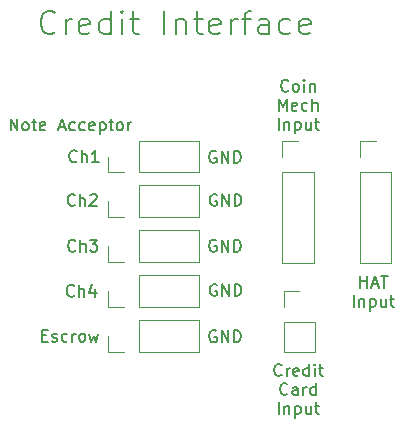
<source format=gto>
G04 #@! TF.GenerationSoftware,KiCad,Pcbnew,(6.0.6)*
G04 #@! TF.CreationDate,2023-03-25T01:52:23+10:30*
G04 #@! TF.ProjectId,Coin Adapter,436f696e-2041-4646-9170-7465722e6b69,rev?*
G04 #@! TF.SameCoordinates,Original*
G04 #@! TF.FileFunction,Legend,Top*
G04 #@! TF.FilePolarity,Positive*
%FSLAX46Y46*%
G04 Gerber Fmt 4.6, Leading zero omitted, Abs format (unit mm)*
G04 Created by KiCad (PCBNEW (6.0.6)) date 2023-03-25 01:52:23*
%MOMM*%
%LPD*%
G01*
G04 APERTURE LIST*
%ADD10C,0.150000*%
%ADD11C,0.120000*%
%ADD12R,1.700000X1.700000*%
%ADD13O,1.700000X1.700000*%
G04 APERTURE END LIST*
D10*
X163141161Y-91595380D02*
X163141161Y-90595380D01*
X163141161Y-91071571D02*
X163712590Y-91071571D01*
X163712590Y-91595380D02*
X163712590Y-90595380D01*
X164141161Y-91309666D02*
X164617352Y-91309666D01*
X164045923Y-91595380D02*
X164379257Y-90595380D01*
X164712590Y-91595380D01*
X164903066Y-90595380D02*
X165474495Y-90595380D01*
X165188780Y-91595380D02*
X165188780Y-90595380D01*
X162593542Y-93205380D02*
X162593542Y-92205380D01*
X163069733Y-92538714D02*
X163069733Y-93205380D01*
X163069733Y-92633952D02*
X163117352Y-92586333D01*
X163212590Y-92538714D01*
X163355447Y-92538714D01*
X163450685Y-92586333D01*
X163498304Y-92681571D01*
X163498304Y-93205380D01*
X163974495Y-92538714D02*
X163974495Y-93538714D01*
X163974495Y-92586333D02*
X164069733Y-92538714D01*
X164260209Y-92538714D01*
X164355447Y-92586333D01*
X164403066Y-92633952D01*
X164450685Y-92729190D01*
X164450685Y-93014904D01*
X164403066Y-93110142D01*
X164355447Y-93157761D01*
X164260209Y-93205380D01*
X164069733Y-93205380D01*
X163974495Y-93157761D01*
X165307828Y-92538714D02*
X165307828Y-93205380D01*
X164879257Y-92538714D02*
X164879257Y-93062523D01*
X164926876Y-93157761D01*
X165022114Y-93205380D01*
X165164971Y-93205380D01*
X165260209Y-93157761D01*
X165307828Y-93110142D01*
X165641161Y-92538714D02*
X166022114Y-92538714D01*
X165784019Y-92205380D02*
X165784019Y-93062523D01*
X165831638Y-93157761D01*
X165926876Y-93205380D01*
X166022114Y-93205380D01*
X150926895Y-87587200D02*
X150831657Y-87539580D01*
X150688800Y-87539580D01*
X150545942Y-87587200D01*
X150450704Y-87682438D01*
X150403085Y-87777676D01*
X150355466Y-87968152D01*
X150355466Y-88111009D01*
X150403085Y-88301485D01*
X150450704Y-88396723D01*
X150545942Y-88491961D01*
X150688800Y-88539580D01*
X150784038Y-88539580D01*
X150926895Y-88491961D01*
X150974514Y-88444342D01*
X150974514Y-88111009D01*
X150784038Y-88111009D01*
X151403085Y-88539580D02*
X151403085Y-87539580D01*
X151974514Y-88539580D01*
X151974514Y-87539580D01*
X152450704Y-88539580D02*
X152450704Y-87539580D01*
X152688800Y-87539580D01*
X152831657Y-87587200D01*
X152926895Y-87682438D01*
X152974514Y-87777676D01*
X153022133Y-87968152D01*
X153022133Y-88111009D01*
X152974514Y-88301485D01*
X152926895Y-88396723D01*
X152831657Y-88491961D01*
X152688800Y-88539580D01*
X152450704Y-88539580D01*
X150926895Y-80068800D02*
X150831657Y-80021180D01*
X150688800Y-80021180D01*
X150545942Y-80068800D01*
X150450704Y-80164038D01*
X150403085Y-80259276D01*
X150355466Y-80449752D01*
X150355466Y-80592609D01*
X150403085Y-80783085D01*
X150450704Y-80878323D01*
X150545942Y-80973561D01*
X150688800Y-81021180D01*
X150784038Y-81021180D01*
X150926895Y-80973561D01*
X150974514Y-80925942D01*
X150974514Y-80592609D01*
X150784038Y-80592609D01*
X151403085Y-81021180D02*
X151403085Y-80021180D01*
X151974514Y-81021180D01*
X151974514Y-80021180D01*
X152450704Y-81021180D02*
X152450704Y-80021180D01*
X152688800Y-80021180D01*
X152831657Y-80068800D01*
X152926895Y-80164038D01*
X152974514Y-80259276D01*
X153022133Y-80449752D01*
X153022133Y-80592609D01*
X152974514Y-80783085D01*
X152926895Y-80878323D01*
X152831657Y-80973561D01*
X152688800Y-81021180D01*
X152450704Y-81021180D01*
X138979352Y-84583542D02*
X138931733Y-84631161D01*
X138788876Y-84678780D01*
X138693638Y-84678780D01*
X138550780Y-84631161D01*
X138455542Y-84535923D01*
X138407923Y-84440685D01*
X138360304Y-84250209D01*
X138360304Y-84107352D01*
X138407923Y-83916876D01*
X138455542Y-83821638D01*
X138550780Y-83726400D01*
X138693638Y-83678780D01*
X138788876Y-83678780D01*
X138931733Y-83726400D01*
X138979352Y-83774019D01*
X139407923Y-84678780D02*
X139407923Y-83678780D01*
X139836495Y-84678780D02*
X139836495Y-84154971D01*
X139788876Y-84059733D01*
X139693638Y-84012114D01*
X139550780Y-84012114D01*
X139455542Y-84059733D01*
X139407923Y-84107352D01*
X140265066Y-83774019D02*
X140312685Y-83726400D01*
X140407923Y-83678780D01*
X140646019Y-83678780D01*
X140741257Y-83726400D01*
X140788876Y-83774019D01*
X140836495Y-83869257D01*
X140836495Y-83964495D01*
X140788876Y-84107352D01*
X140217447Y-84678780D01*
X140836495Y-84678780D01*
X156481638Y-98975542D02*
X156434019Y-99023161D01*
X156291161Y-99070780D01*
X156195923Y-99070780D01*
X156053066Y-99023161D01*
X155957828Y-98927923D01*
X155910209Y-98832685D01*
X155862590Y-98642209D01*
X155862590Y-98499352D01*
X155910209Y-98308876D01*
X155957828Y-98213638D01*
X156053066Y-98118400D01*
X156195923Y-98070780D01*
X156291161Y-98070780D01*
X156434019Y-98118400D01*
X156481638Y-98166019D01*
X156910209Y-99070780D02*
X156910209Y-98404114D01*
X156910209Y-98594590D02*
X156957828Y-98499352D01*
X157005447Y-98451733D01*
X157100685Y-98404114D01*
X157195923Y-98404114D01*
X157910209Y-99023161D02*
X157814971Y-99070780D01*
X157624495Y-99070780D01*
X157529257Y-99023161D01*
X157481638Y-98927923D01*
X157481638Y-98546971D01*
X157529257Y-98451733D01*
X157624495Y-98404114D01*
X157814971Y-98404114D01*
X157910209Y-98451733D01*
X157957828Y-98546971D01*
X157957828Y-98642209D01*
X157481638Y-98737447D01*
X158814971Y-99070780D02*
X158814971Y-98070780D01*
X158814971Y-99023161D02*
X158719733Y-99070780D01*
X158529257Y-99070780D01*
X158434019Y-99023161D01*
X158386400Y-98975542D01*
X158338780Y-98880304D01*
X158338780Y-98594590D01*
X158386400Y-98499352D01*
X158434019Y-98451733D01*
X158529257Y-98404114D01*
X158719733Y-98404114D01*
X158814971Y-98451733D01*
X159291161Y-99070780D02*
X159291161Y-98404114D01*
X159291161Y-98070780D02*
X159243542Y-98118400D01*
X159291161Y-98166019D01*
X159338780Y-98118400D01*
X159291161Y-98070780D01*
X159291161Y-98166019D01*
X159624495Y-98404114D02*
X160005447Y-98404114D01*
X159767352Y-98070780D02*
X159767352Y-98927923D01*
X159814971Y-99023161D01*
X159910209Y-99070780D01*
X160005447Y-99070780D01*
X156981638Y-100585542D02*
X156934019Y-100633161D01*
X156791161Y-100680780D01*
X156695923Y-100680780D01*
X156553066Y-100633161D01*
X156457828Y-100537923D01*
X156410209Y-100442685D01*
X156362590Y-100252209D01*
X156362590Y-100109352D01*
X156410209Y-99918876D01*
X156457828Y-99823638D01*
X156553066Y-99728400D01*
X156695923Y-99680780D01*
X156791161Y-99680780D01*
X156934019Y-99728400D01*
X156981638Y-99776019D01*
X157838780Y-100680780D02*
X157838780Y-100156971D01*
X157791161Y-100061733D01*
X157695923Y-100014114D01*
X157505447Y-100014114D01*
X157410209Y-100061733D01*
X157838780Y-100633161D02*
X157743542Y-100680780D01*
X157505447Y-100680780D01*
X157410209Y-100633161D01*
X157362590Y-100537923D01*
X157362590Y-100442685D01*
X157410209Y-100347447D01*
X157505447Y-100299828D01*
X157743542Y-100299828D01*
X157838780Y-100252209D01*
X158314971Y-100680780D02*
X158314971Y-100014114D01*
X158314971Y-100204590D02*
X158362590Y-100109352D01*
X158410209Y-100061733D01*
X158505447Y-100014114D01*
X158600685Y-100014114D01*
X159362590Y-100680780D02*
X159362590Y-99680780D01*
X159362590Y-100633161D02*
X159267352Y-100680780D01*
X159076876Y-100680780D01*
X158981638Y-100633161D01*
X158934019Y-100585542D01*
X158886400Y-100490304D01*
X158886400Y-100204590D01*
X158934019Y-100109352D01*
X158981638Y-100061733D01*
X159076876Y-100014114D01*
X159267352Y-100014114D01*
X159362590Y-100061733D01*
X156243542Y-102290780D02*
X156243542Y-101290780D01*
X156719733Y-101624114D02*
X156719733Y-102290780D01*
X156719733Y-101719352D02*
X156767352Y-101671733D01*
X156862590Y-101624114D01*
X157005447Y-101624114D01*
X157100685Y-101671733D01*
X157148304Y-101766971D01*
X157148304Y-102290780D01*
X157624495Y-101624114D02*
X157624495Y-102624114D01*
X157624495Y-101671733D02*
X157719733Y-101624114D01*
X157910209Y-101624114D01*
X158005447Y-101671733D01*
X158053066Y-101719352D01*
X158100685Y-101814590D01*
X158100685Y-102100304D01*
X158053066Y-102195542D01*
X158005447Y-102243161D01*
X157910209Y-102290780D01*
X157719733Y-102290780D01*
X157624495Y-102243161D01*
X158957828Y-101624114D02*
X158957828Y-102290780D01*
X158529257Y-101624114D02*
X158529257Y-102147923D01*
X158576876Y-102243161D01*
X158672114Y-102290780D01*
X158814971Y-102290780D01*
X158910209Y-102243161D01*
X158957828Y-102195542D01*
X159291161Y-101624114D02*
X159672114Y-101624114D01*
X159434019Y-101290780D02*
X159434019Y-102147923D01*
X159481638Y-102243161D01*
X159576876Y-102290780D01*
X159672114Y-102290780D01*
X133534780Y-78277980D02*
X133534780Y-77277980D01*
X134106209Y-78277980D01*
X134106209Y-77277980D01*
X134725257Y-78277980D02*
X134630019Y-78230361D01*
X134582400Y-78182742D01*
X134534780Y-78087504D01*
X134534780Y-77801790D01*
X134582400Y-77706552D01*
X134630019Y-77658933D01*
X134725257Y-77611314D01*
X134868114Y-77611314D01*
X134963352Y-77658933D01*
X135010971Y-77706552D01*
X135058590Y-77801790D01*
X135058590Y-78087504D01*
X135010971Y-78182742D01*
X134963352Y-78230361D01*
X134868114Y-78277980D01*
X134725257Y-78277980D01*
X135344304Y-77611314D02*
X135725257Y-77611314D01*
X135487161Y-77277980D02*
X135487161Y-78135123D01*
X135534780Y-78230361D01*
X135630019Y-78277980D01*
X135725257Y-78277980D01*
X136439542Y-78230361D02*
X136344304Y-78277980D01*
X136153828Y-78277980D01*
X136058590Y-78230361D01*
X136010971Y-78135123D01*
X136010971Y-77754171D01*
X136058590Y-77658933D01*
X136153828Y-77611314D01*
X136344304Y-77611314D01*
X136439542Y-77658933D01*
X136487161Y-77754171D01*
X136487161Y-77849409D01*
X136010971Y-77944647D01*
X137630019Y-77992266D02*
X138106209Y-77992266D01*
X137534780Y-78277980D02*
X137868114Y-77277980D01*
X138201447Y-78277980D01*
X138963352Y-78230361D02*
X138868114Y-78277980D01*
X138677638Y-78277980D01*
X138582400Y-78230361D01*
X138534780Y-78182742D01*
X138487161Y-78087504D01*
X138487161Y-77801790D01*
X138534780Y-77706552D01*
X138582400Y-77658933D01*
X138677638Y-77611314D01*
X138868114Y-77611314D01*
X138963352Y-77658933D01*
X139820495Y-78230361D02*
X139725257Y-78277980D01*
X139534780Y-78277980D01*
X139439542Y-78230361D01*
X139391923Y-78182742D01*
X139344304Y-78087504D01*
X139344304Y-77801790D01*
X139391923Y-77706552D01*
X139439542Y-77658933D01*
X139534780Y-77611314D01*
X139725257Y-77611314D01*
X139820495Y-77658933D01*
X140630019Y-78230361D02*
X140534780Y-78277980D01*
X140344304Y-78277980D01*
X140249066Y-78230361D01*
X140201447Y-78135123D01*
X140201447Y-77754171D01*
X140249066Y-77658933D01*
X140344304Y-77611314D01*
X140534780Y-77611314D01*
X140630019Y-77658933D01*
X140677638Y-77754171D01*
X140677638Y-77849409D01*
X140201447Y-77944647D01*
X141106209Y-77611314D02*
X141106209Y-78611314D01*
X141106209Y-77658933D02*
X141201447Y-77611314D01*
X141391923Y-77611314D01*
X141487161Y-77658933D01*
X141534780Y-77706552D01*
X141582400Y-77801790D01*
X141582400Y-78087504D01*
X141534780Y-78182742D01*
X141487161Y-78230361D01*
X141391923Y-78277980D01*
X141201447Y-78277980D01*
X141106209Y-78230361D01*
X141868114Y-77611314D02*
X142249066Y-77611314D01*
X142010971Y-77277980D02*
X142010971Y-78135123D01*
X142058590Y-78230361D01*
X142153828Y-78277980D01*
X142249066Y-78277980D01*
X142725257Y-78277980D02*
X142630019Y-78230361D01*
X142582400Y-78182742D01*
X142534780Y-78087504D01*
X142534780Y-77801790D01*
X142582400Y-77706552D01*
X142630019Y-77658933D01*
X142725257Y-77611314D01*
X142868114Y-77611314D01*
X142963352Y-77658933D01*
X143010971Y-77706552D01*
X143058590Y-77801790D01*
X143058590Y-78087504D01*
X143010971Y-78182742D01*
X142963352Y-78230361D01*
X142868114Y-78277980D01*
X142725257Y-78277980D01*
X143487161Y-78277980D02*
X143487161Y-77611314D01*
X143487161Y-77801790D02*
X143534780Y-77706552D01*
X143582400Y-77658933D01*
X143677638Y-77611314D01*
X143772876Y-77611314D01*
X150977695Y-83726400D02*
X150882457Y-83678780D01*
X150739600Y-83678780D01*
X150596742Y-83726400D01*
X150501504Y-83821638D01*
X150453885Y-83916876D01*
X150406266Y-84107352D01*
X150406266Y-84250209D01*
X150453885Y-84440685D01*
X150501504Y-84535923D01*
X150596742Y-84631161D01*
X150739600Y-84678780D01*
X150834838Y-84678780D01*
X150977695Y-84631161D01*
X151025314Y-84583542D01*
X151025314Y-84250209D01*
X150834838Y-84250209D01*
X151453885Y-84678780D02*
X151453885Y-83678780D01*
X152025314Y-84678780D01*
X152025314Y-83678780D01*
X152501504Y-84678780D02*
X152501504Y-83678780D01*
X152739600Y-83678780D01*
X152882457Y-83726400D01*
X152977695Y-83821638D01*
X153025314Y-83916876D01*
X153072933Y-84107352D01*
X153072933Y-84250209D01*
X153025314Y-84440685D01*
X152977695Y-84535923D01*
X152882457Y-84631161D01*
X152739600Y-84678780D01*
X152501504Y-84678780D01*
X157053066Y-74896342D02*
X157005447Y-74943961D01*
X156862590Y-74991580D01*
X156767352Y-74991580D01*
X156624495Y-74943961D01*
X156529257Y-74848723D01*
X156481638Y-74753485D01*
X156434019Y-74563009D01*
X156434019Y-74420152D01*
X156481638Y-74229676D01*
X156529257Y-74134438D01*
X156624495Y-74039200D01*
X156767352Y-73991580D01*
X156862590Y-73991580D01*
X157005447Y-74039200D01*
X157053066Y-74086819D01*
X157624495Y-74991580D02*
X157529257Y-74943961D01*
X157481638Y-74896342D01*
X157434019Y-74801104D01*
X157434019Y-74515390D01*
X157481638Y-74420152D01*
X157529257Y-74372533D01*
X157624495Y-74324914D01*
X157767352Y-74324914D01*
X157862590Y-74372533D01*
X157910209Y-74420152D01*
X157957828Y-74515390D01*
X157957828Y-74801104D01*
X157910209Y-74896342D01*
X157862590Y-74943961D01*
X157767352Y-74991580D01*
X157624495Y-74991580D01*
X158386400Y-74991580D02*
X158386400Y-74324914D01*
X158386400Y-73991580D02*
X158338780Y-74039200D01*
X158386400Y-74086819D01*
X158434019Y-74039200D01*
X158386400Y-73991580D01*
X158386400Y-74086819D01*
X158862590Y-74324914D02*
X158862590Y-74991580D01*
X158862590Y-74420152D02*
X158910209Y-74372533D01*
X159005447Y-74324914D01*
X159148304Y-74324914D01*
X159243542Y-74372533D01*
X159291161Y-74467771D01*
X159291161Y-74991580D01*
X156243542Y-76601580D02*
X156243542Y-75601580D01*
X156576876Y-76315866D01*
X156910209Y-75601580D01*
X156910209Y-76601580D01*
X157767352Y-76553961D02*
X157672114Y-76601580D01*
X157481638Y-76601580D01*
X157386400Y-76553961D01*
X157338780Y-76458723D01*
X157338780Y-76077771D01*
X157386400Y-75982533D01*
X157481638Y-75934914D01*
X157672114Y-75934914D01*
X157767352Y-75982533D01*
X157814971Y-76077771D01*
X157814971Y-76173009D01*
X157338780Y-76268247D01*
X158672114Y-76553961D02*
X158576876Y-76601580D01*
X158386400Y-76601580D01*
X158291161Y-76553961D01*
X158243542Y-76506342D01*
X158195923Y-76411104D01*
X158195923Y-76125390D01*
X158243542Y-76030152D01*
X158291161Y-75982533D01*
X158386400Y-75934914D01*
X158576876Y-75934914D01*
X158672114Y-75982533D01*
X159100685Y-76601580D02*
X159100685Y-75601580D01*
X159529257Y-76601580D02*
X159529257Y-76077771D01*
X159481638Y-75982533D01*
X159386400Y-75934914D01*
X159243542Y-75934914D01*
X159148304Y-75982533D01*
X159100685Y-76030152D01*
X156243542Y-78211580D02*
X156243542Y-77211580D01*
X156719733Y-77544914D02*
X156719733Y-78211580D01*
X156719733Y-77640152D02*
X156767352Y-77592533D01*
X156862590Y-77544914D01*
X157005447Y-77544914D01*
X157100685Y-77592533D01*
X157148304Y-77687771D01*
X157148304Y-78211580D01*
X157624495Y-77544914D02*
X157624495Y-78544914D01*
X157624495Y-77592533D02*
X157719733Y-77544914D01*
X157910209Y-77544914D01*
X158005447Y-77592533D01*
X158053066Y-77640152D01*
X158100685Y-77735390D01*
X158100685Y-78021104D01*
X158053066Y-78116342D01*
X158005447Y-78163961D01*
X157910209Y-78211580D01*
X157719733Y-78211580D01*
X157624495Y-78163961D01*
X158957828Y-77544914D02*
X158957828Y-78211580D01*
X158529257Y-77544914D02*
X158529257Y-78068723D01*
X158576876Y-78163961D01*
X158672114Y-78211580D01*
X158814971Y-78211580D01*
X158910209Y-78163961D01*
X158957828Y-78116342D01*
X159291161Y-77544914D02*
X159672114Y-77544914D01*
X159434019Y-77211580D02*
X159434019Y-78068723D01*
X159481638Y-78163961D01*
X159576876Y-78211580D01*
X159672114Y-78211580D01*
X139030152Y-88444342D02*
X138982533Y-88491961D01*
X138839676Y-88539580D01*
X138744438Y-88539580D01*
X138601580Y-88491961D01*
X138506342Y-88396723D01*
X138458723Y-88301485D01*
X138411104Y-88111009D01*
X138411104Y-87968152D01*
X138458723Y-87777676D01*
X138506342Y-87682438D01*
X138601580Y-87587200D01*
X138744438Y-87539580D01*
X138839676Y-87539580D01*
X138982533Y-87587200D01*
X139030152Y-87634819D01*
X139458723Y-88539580D02*
X139458723Y-87539580D01*
X139887295Y-88539580D02*
X139887295Y-88015771D01*
X139839676Y-87920533D01*
X139744438Y-87872914D01*
X139601580Y-87872914D01*
X139506342Y-87920533D01*
X139458723Y-87968152D01*
X140268247Y-87539580D02*
X140887295Y-87539580D01*
X140553961Y-87920533D01*
X140696819Y-87920533D01*
X140792057Y-87968152D01*
X140839676Y-88015771D01*
X140887295Y-88111009D01*
X140887295Y-88349104D01*
X140839676Y-88444342D01*
X140792057Y-88491961D01*
X140696819Y-88539580D01*
X140411104Y-88539580D01*
X140315866Y-88491961D01*
X140268247Y-88444342D01*
X137332723Y-69954685D02*
X137237485Y-70049923D01*
X136951771Y-70145161D01*
X136761295Y-70145161D01*
X136475580Y-70049923D01*
X136285104Y-69859447D01*
X136189866Y-69668971D01*
X136094628Y-69288019D01*
X136094628Y-69002304D01*
X136189866Y-68621352D01*
X136285104Y-68430876D01*
X136475580Y-68240400D01*
X136761295Y-68145161D01*
X136951771Y-68145161D01*
X137237485Y-68240400D01*
X137332723Y-68335638D01*
X138189866Y-70145161D02*
X138189866Y-68811828D01*
X138189866Y-69192780D02*
X138285104Y-69002304D01*
X138380342Y-68907066D01*
X138570819Y-68811828D01*
X138761295Y-68811828D01*
X140189866Y-70049923D02*
X139999390Y-70145161D01*
X139618438Y-70145161D01*
X139427961Y-70049923D01*
X139332723Y-69859447D01*
X139332723Y-69097542D01*
X139427961Y-68907066D01*
X139618438Y-68811828D01*
X139999390Y-68811828D01*
X140189866Y-68907066D01*
X140285104Y-69097542D01*
X140285104Y-69288019D01*
X139332723Y-69478495D01*
X141999390Y-70145161D02*
X141999390Y-68145161D01*
X141999390Y-70049923D02*
X141808914Y-70145161D01*
X141427961Y-70145161D01*
X141237485Y-70049923D01*
X141142247Y-69954685D01*
X141047009Y-69764209D01*
X141047009Y-69192780D01*
X141142247Y-69002304D01*
X141237485Y-68907066D01*
X141427961Y-68811828D01*
X141808914Y-68811828D01*
X141999390Y-68907066D01*
X142951771Y-70145161D02*
X142951771Y-68811828D01*
X142951771Y-68145161D02*
X142856533Y-68240400D01*
X142951771Y-68335638D01*
X143047009Y-68240400D01*
X142951771Y-68145161D01*
X142951771Y-68335638D01*
X143618438Y-68811828D02*
X144380342Y-68811828D01*
X143904152Y-68145161D02*
X143904152Y-69859447D01*
X143999390Y-70049923D01*
X144189866Y-70145161D01*
X144380342Y-70145161D01*
X146570819Y-70145161D02*
X146570819Y-68145161D01*
X147523200Y-68811828D02*
X147523200Y-70145161D01*
X147523200Y-69002304D02*
X147618438Y-68907066D01*
X147808914Y-68811828D01*
X148094628Y-68811828D01*
X148285104Y-68907066D01*
X148380342Y-69097542D01*
X148380342Y-70145161D01*
X149047009Y-68811828D02*
X149808914Y-68811828D01*
X149332723Y-68145161D02*
X149332723Y-69859447D01*
X149427961Y-70049923D01*
X149618438Y-70145161D01*
X149808914Y-70145161D01*
X151237485Y-70049923D02*
X151047009Y-70145161D01*
X150666057Y-70145161D01*
X150475580Y-70049923D01*
X150380342Y-69859447D01*
X150380342Y-69097542D01*
X150475580Y-68907066D01*
X150666057Y-68811828D01*
X151047009Y-68811828D01*
X151237485Y-68907066D01*
X151332723Y-69097542D01*
X151332723Y-69288019D01*
X150380342Y-69478495D01*
X152189866Y-70145161D02*
X152189866Y-68811828D01*
X152189866Y-69192780D02*
X152285104Y-69002304D01*
X152380342Y-68907066D01*
X152570819Y-68811828D01*
X152761295Y-68811828D01*
X153142247Y-68811828D02*
X153904152Y-68811828D01*
X153427961Y-70145161D02*
X153427961Y-68430876D01*
X153523200Y-68240400D01*
X153713676Y-68145161D01*
X153904152Y-68145161D01*
X155427961Y-70145161D02*
X155427961Y-69097542D01*
X155332723Y-68907066D01*
X155142247Y-68811828D01*
X154761295Y-68811828D01*
X154570819Y-68907066D01*
X155427961Y-70049923D02*
X155237485Y-70145161D01*
X154761295Y-70145161D01*
X154570819Y-70049923D01*
X154475580Y-69859447D01*
X154475580Y-69668971D01*
X154570819Y-69478495D01*
X154761295Y-69383257D01*
X155237485Y-69383257D01*
X155427961Y-69288019D01*
X157237485Y-70049923D02*
X157047009Y-70145161D01*
X156666057Y-70145161D01*
X156475580Y-70049923D01*
X156380342Y-69954685D01*
X156285104Y-69764209D01*
X156285104Y-69192780D01*
X156380342Y-69002304D01*
X156475580Y-68907066D01*
X156666057Y-68811828D01*
X157047009Y-68811828D01*
X157237485Y-68907066D01*
X158856533Y-70049923D02*
X158666057Y-70145161D01*
X158285104Y-70145161D01*
X158094628Y-70049923D01*
X157999390Y-69859447D01*
X157999390Y-69097542D01*
X158094628Y-68907066D01*
X158285104Y-68811828D01*
X158666057Y-68811828D01*
X158856533Y-68907066D01*
X158951771Y-69097542D01*
X158951771Y-69288019D01*
X157999390Y-69478495D01*
X136198266Y-95635771D02*
X136531600Y-95635771D01*
X136674457Y-96159580D02*
X136198266Y-96159580D01*
X136198266Y-95159580D01*
X136674457Y-95159580D01*
X137055409Y-96111961D02*
X137150647Y-96159580D01*
X137341123Y-96159580D01*
X137436361Y-96111961D01*
X137483980Y-96016723D01*
X137483980Y-95969104D01*
X137436361Y-95873866D01*
X137341123Y-95826247D01*
X137198266Y-95826247D01*
X137103028Y-95778628D01*
X137055409Y-95683390D01*
X137055409Y-95635771D01*
X137103028Y-95540533D01*
X137198266Y-95492914D01*
X137341123Y-95492914D01*
X137436361Y-95540533D01*
X138341123Y-96111961D02*
X138245885Y-96159580D01*
X138055409Y-96159580D01*
X137960171Y-96111961D01*
X137912552Y-96064342D01*
X137864933Y-95969104D01*
X137864933Y-95683390D01*
X137912552Y-95588152D01*
X137960171Y-95540533D01*
X138055409Y-95492914D01*
X138245885Y-95492914D01*
X138341123Y-95540533D01*
X138769695Y-96159580D02*
X138769695Y-95492914D01*
X138769695Y-95683390D02*
X138817314Y-95588152D01*
X138864933Y-95540533D01*
X138960171Y-95492914D01*
X139055409Y-95492914D01*
X139531600Y-96159580D02*
X139436361Y-96111961D01*
X139388742Y-96064342D01*
X139341123Y-95969104D01*
X139341123Y-95683390D01*
X139388742Y-95588152D01*
X139436361Y-95540533D01*
X139531600Y-95492914D01*
X139674457Y-95492914D01*
X139769695Y-95540533D01*
X139817314Y-95588152D01*
X139864933Y-95683390D01*
X139864933Y-95969104D01*
X139817314Y-96064342D01*
X139769695Y-96111961D01*
X139674457Y-96159580D01*
X139531600Y-96159580D01*
X140198266Y-95492914D02*
X140388742Y-96159580D01*
X140579219Y-95683390D01*
X140769695Y-96159580D01*
X140960171Y-95492914D01*
X139131752Y-80875142D02*
X139084133Y-80922761D01*
X138941276Y-80970380D01*
X138846038Y-80970380D01*
X138703180Y-80922761D01*
X138607942Y-80827523D01*
X138560323Y-80732285D01*
X138512704Y-80541809D01*
X138512704Y-80398952D01*
X138560323Y-80208476D01*
X138607942Y-80113238D01*
X138703180Y-80018000D01*
X138846038Y-79970380D01*
X138941276Y-79970380D01*
X139084133Y-80018000D01*
X139131752Y-80065619D01*
X139560323Y-80970380D02*
X139560323Y-79970380D01*
X139988895Y-80970380D02*
X139988895Y-80446571D01*
X139941276Y-80351333D01*
X139846038Y-80303714D01*
X139703180Y-80303714D01*
X139607942Y-80351333D01*
X139560323Y-80398952D01*
X140988895Y-80970380D02*
X140417466Y-80970380D01*
X140703180Y-80970380D02*
X140703180Y-79970380D01*
X140607942Y-80113238D01*
X140512704Y-80208476D01*
X140417466Y-80256095D01*
X150926895Y-95258000D02*
X150831657Y-95210380D01*
X150688800Y-95210380D01*
X150545942Y-95258000D01*
X150450704Y-95353238D01*
X150403085Y-95448476D01*
X150355466Y-95638952D01*
X150355466Y-95781809D01*
X150403085Y-95972285D01*
X150450704Y-96067523D01*
X150545942Y-96162761D01*
X150688800Y-96210380D01*
X150784038Y-96210380D01*
X150926895Y-96162761D01*
X150974514Y-96115142D01*
X150974514Y-95781809D01*
X150784038Y-95781809D01*
X151403085Y-96210380D02*
X151403085Y-95210380D01*
X151974514Y-96210380D01*
X151974514Y-95210380D01*
X152450704Y-96210380D02*
X152450704Y-95210380D01*
X152688800Y-95210380D01*
X152831657Y-95258000D01*
X152926895Y-95353238D01*
X152974514Y-95448476D01*
X153022133Y-95638952D01*
X153022133Y-95781809D01*
X152974514Y-95972285D01*
X152926895Y-96067523D01*
X152831657Y-96162761D01*
X152688800Y-96210380D01*
X152450704Y-96210380D01*
X138928552Y-92254342D02*
X138880933Y-92301961D01*
X138738076Y-92349580D01*
X138642838Y-92349580D01*
X138499980Y-92301961D01*
X138404742Y-92206723D01*
X138357123Y-92111485D01*
X138309504Y-91921009D01*
X138309504Y-91778152D01*
X138357123Y-91587676D01*
X138404742Y-91492438D01*
X138499980Y-91397200D01*
X138642838Y-91349580D01*
X138738076Y-91349580D01*
X138880933Y-91397200D01*
X138928552Y-91444819D01*
X139357123Y-92349580D02*
X139357123Y-91349580D01*
X139785695Y-92349580D02*
X139785695Y-91825771D01*
X139738076Y-91730533D01*
X139642838Y-91682914D01*
X139499980Y-91682914D01*
X139404742Y-91730533D01*
X139357123Y-91778152D01*
X140690457Y-91682914D02*
X140690457Y-92349580D01*
X140452361Y-91301961D02*
X140214266Y-92016247D01*
X140833314Y-92016247D01*
X150977695Y-91346400D02*
X150882457Y-91298780D01*
X150739600Y-91298780D01*
X150596742Y-91346400D01*
X150501504Y-91441638D01*
X150453885Y-91536876D01*
X150406266Y-91727352D01*
X150406266Y-91870209D01*
X150453885Y-92060685D01*
X150501504Y-92155923D01*
X150596742Y-92251161D01*
X150739600Y-92298780D01*
X150834838Y-92298780D01*
X150977695Y-92251161D01*
X151025314Y-92203542D01*
X151025314Y-91870209D01*
X150834838Y-91870209D01*
X151453885Y-92298780D02*
X151453885Y-91298780D01*
X152025314Y-92298780D01*
X152025314Y-91298780D01*
X152501504Y-92298780D02*
X152501504Y-91298780D01*
X152739600Y-91298780D01*
X152882457Y-91346400D01*
X152977695Y-91441638D01*
X153025314Y-91536876D01*
X153072933Y-91727352D01*
X153072933Y-91870209D01*
X153025314Y-92060685D01*
X152977695Y-92155923D01*
X152882457Y-92251161D01*
X152739600Y-92298780D01*
X152501504Y-92298780D01*
D11*
X144388600Y-93227200D02*
X149528600Y-93227200D01*
X144388600Y-93227200D02*
X144388600Y-90567200D01*
X141788600Y-93227200D02*
X141788600Y-91897200D01*
X143118600Y-93227200D02*
X141788600Y-93227200D01*
X144388600Y-90567200D02*
X149528600Y-90567200D01*
X149528600Y-93227200D02*
X149528600Y-90567200D01*
X163109600Y-81798000D02*
X163109600Y-89478000D01*
X163109600Y-81798000D02*
X165769600Y-81798000D01*
X165769600Y-81798000D02*
X165769600Y-89478000D01*
X163109600Y-79198000D02*
X164439600Y-79198000D01*
X163109600Y-80528000D02*
X163109600Y-79198000D01*
X163109600Y-89478000D02*
X165769600Y-89478000D01*
X143118600Y-85607200D02*
X141788600Y-85607200D01*
X149528600Y-85607200D02*
X149528600Y-82947200D01*
X144388600Y-82947200D02*
X149528600Y-82947200D01*
X141788600Y-85607200D02*
X141788600Y-84277200D01*
X144388600Y-85607200D02*
X144388600Y-82947200D01*
X144388600Y-85607200D02*
X149528600Y-85607200D01*
X144388600Y-86757200D02*
X149528600Y-86757200D01*
X144388600Y-89417200D02*
X149528600Y-89417200D01*
X141788600Y-89417200D02*
X141788600Y-88087200D01*
X144388600Y-89417200D02*
X144388600Y-86757200D01*
X149528600Y-89417200D02*
X149528600Y-86757200D01*
X143118600Y-89417200D02*
X141788600Y-89417200D01*
X156556400Y-79198000D02*
X157886400Y-79198000D01*
X156556400Y-81798000D02*
X156556400Y-89478000D01*
X159216400Y-81798000D02*
X159216400Y-89478000D01*
X156556400Y-89478000D02*
X159216400Y-89478000D01*
X156556400Y-80528000D02*
X156556400Y-79198000D01*
X156556400Y-81798000D02*
X159216400Y-81798000D01*
X144388600Y-94377200D02*
X149528600Y-94377200D01*
X144388600Y-97037200D02*
X149528600Y-97037200D01*
X143118600Y-97037200D02*
X141788600Y-97037200D01*
X149528600Y-97037200D02*
X149528600Y-94377200D01*
X144388600Y-97037200D02*
X144388600Y-94377200D01*
X141788600Y-97037200D02*
X141788600Y-95707200D01*
X156658000Y-97088000D02*
X159318000Y-97088000D01*
X156658000Y-94488000D02*
X156658000Y-97088000D01*
X156658000Y-93218000D02*
X156658000Y-91888000D01*
X156658000Y-91888000D02*
X157988000Y-91888000D01*
X156658000Y-94488000D02*
X159318000Y-94488000D01*
X159318000Y-94488000D02*
X159318000Y-97088000D01*
X144388600Y-79188000D02*
X149528600Y-79188000D01*
X149528600Y-81848000D02*
X149528600Y-79188000D01*
X141788600Y-81848000D02*
X141788600Y-80518000D01*
X143118600Y-81848000D02*
X141788600Y-81848000D01*
X144388600Y-81848000D02*
X149528600Y-81848000D01*
X144388600Y-81848000D02*
X144388600Y-79188000D01*
%LPC*%
D12*
X143118600Y-91897200D03*
D13*
X145658600Y-91897200D03*
X148198600Y-91897200D03*
D12*
X164439600Y-80528000D03*
D13*
X164439600Y-83068000D03*
X164439600Y-85608000D03*
X164439600Y-88148000D03*
D12*
X143118600Y-84277200D03*
D13*
X145658600Y-84277200D03*
X148198600Y-84277200D03*
D12*
X143118600Y-88087200D03*
D13*
X145658600Y-88087200D03*
X148198600Y-88087200D03*
D12*
X157886400Y-80528000D03*
D13*
X157886400Y-83068000D03*
X157886400Y-85608000D03*
X157886400Y-88148000D03*
D12*
X143118600Y-95707200D03*
D13*
X145658600Y-95707200D03*
X148198600Y-95707200D03*
D12*
X157988000Y-93218000D03*
D13*
X157988000Y-95758000D03*
D12*
X133913800Y-80568800D03*
D13*
X131373800Y-80568800D03*
X133913800Y-83108800D03*
X131373800Y-83108800D03*
X133913800Y-85648800D03*
X131373800Y-85648800D03*
X133913800Y-88188800D03*
X131373800Y-88188800D03*
X133913800Y-90728800D03*
X131373800Y-90728800D03*
X133913800Y-93268800D03*
X131373800Y-93268800D03*
X133913800Y-95808800D03*
X131373800Y-95808800D03*
X133913800Y-98348800D03*
X131373800Y-98348800D03*
D12*
X143118600Y-80518000D03*
D13*
X145658600Y-80518000D03*
X148198600Y-80518000D03*
M02*

</source>
